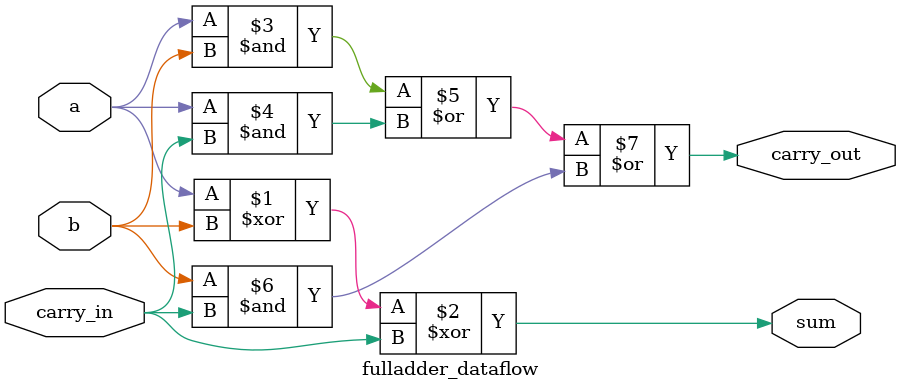
<source format=v>
module fulladder_dataflow(sum, carry_out, a, b, carry_in);

   input a, b, carry_in;
   output sum, carry_out;

   assign sum = a ^ b ^ carry_in;
   assign carry_out = a & b | a & carry_in | b & carry_in;

endmodule // fulladder_dataflow

</source>
